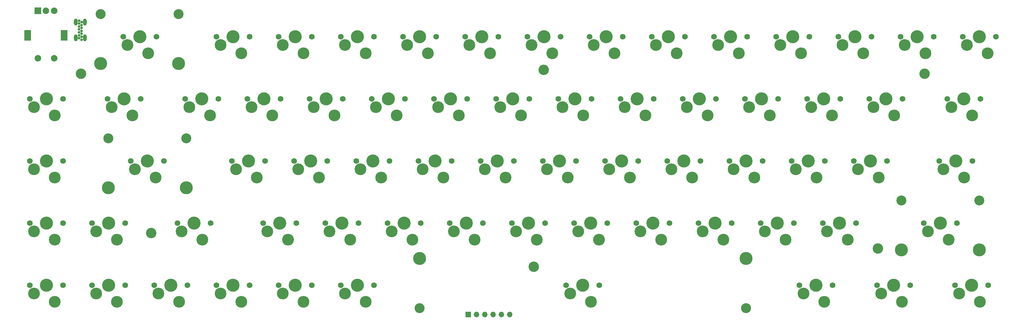
<source format=gbr>
%TF.GenerationSoftware,KiCad,Pcbnew,7.0.6*%
%TF.CreationDate,2024-03-18T14:57:41-04:00*%
%TF.ProjectId,Loadstar_70,4c6f6164-7374-4617-925f-37302e6b6963,rev?*%
%TF.SameCoordinates,Original*%
%TF.FileFunction,Soldermask,Bot*%
%TF.FilePolarity,Negative*%
%FSLAX46Y46*%
G04 Gerber Fmt 4.6, Leading zero omitted, Abs format (unit mm)*
G04 Created by KiCad (PCBNEW 7.0.6) date 2024-03-18 14:57:41*
%MOMM*%
%LPD*%
G01*
G04 APERTURE LIST*
%ADD10C,3.200000*%
%ADD11C,0.804000*%
%ADD12O,1.104000X2.104000*%
%ADD13R,1.700000X1.700000*%
%ADD14O,1.700000X1.700000*%
%ADD15C,1.750000*%
%ADD16C,4.000000*%
%ADD17C,3.600000*%
%ADD18C,3.987800*%
%ADD19C,3.048000*%
%ADD20R,2.000000X2.000000*%
%ADD21C,2.000000*%
%ADD22R,2.000000X3.200000*%
G04 APERTURE END LIST*
D10*
%TO.C,REF\u002A\u002A*%
X63103125Y-126206250D03*
%TD*%
%TO.C,REF\u002A\u002A*%
X183356250Y-76200000D03*
%TD*%
%TO.C,REF\u002A\u002A*%
X41671875Y-77390625D03*
%TD*%
%TO.C,REF\u002A\u002A*%
X180285625Y-136605000D03*
%TD*%
%TO.C,REF\u002A\u002A*%
X300037500Y-77390625D03*
%TD*%
%TO.C,REF\u002A\u002A*%
X285750000Y-130968750D03*
%TD*%
D11*
%TO.C,J1*%
X41815625Y-61540000D03*
X41815625Y-62440000D03*
X41815625Y-63340000D03*
X41815625Y-64240000D03*
X41815625Y-65140000D03*
X41815625Y-66040000D03*
X41815625Y-66940000D03*
X41035625Y-66490000D03*
X41035625Y-65590000D03*
X41035625Y-64690000D03*
X41035625Y-63790000D03*
X41035625Y-62890000D03*
X41035625Y-61990000D03*
X41035625Y-61090000D03*
D12*
X42855625Y-61590000D03*
X39995625Y-61590000D03*
X42855625Y-66390000D03*
X39995625Y-66390000D03*
%TD*%
D13*
%TO.C,ICSP1*%
X160285625Y-151205000D03*
D14*
X162825625Y-151205000D03*
X165365625Y-151205000D03*
X167905625Y-151205000D03*
X170445625Y-151205000D03*
X172985625Y-151205000D03*
%TD*%
D15*
%TO.C,SW45*%
X299799375Y-123190000D03*
D16*
X304879375Y-123190000D03*
D15*
X309959375Y-123190000D03*
D17*
X301069375Y-125730000D03*
X307419375Y-128270000D03*
%TD*%
D15*
%TO.C,SW43*%
X56911875Y-104140000D03*
D16*
X61991875Y-104140000D03*
D15*
X67071875Y-104140000D03*
D17*
X58181875Y-106680000D03*
X64531875Y-109220000D03*
%TD*%
D15*
%TO.C,SW34*%
X240268125Y-104140000D03*
D16*
X245348125Y-104140000D03*
D15*
X250428125Y-104140000D03*
D17*
X241538125Y-106680000D03*
X247888125Y-109220000D03*
%TD*%
D15*
%TO.C,SW32*%
X278368125Y-104140000D03*
D16*
X283448125Y-104140000D03*
D15*
X288528125Y-104140000D03*
D17*
X279638125Y-106680000D03*
X285988125Y-109220000D03*
%TD*%
D15*
%TO.C,SW62*%
X190261875Y-142240000D03*
D16*
X195341875Y-142240000D03*
D15*
X200421875Y-142240000D03*
D17*
X191531875Y-144780000D03*
X197881875Y-147320000D03*
%TD*%
D15*
%TO.C,SW16*%
X306943125Y-85090000D03*
D16*
X312023125Y-85090000D03*
D15*
X317103125Y-85090000D03*
D17*
X308213125Y-87630000D03*
X314563125Y-90170000D03*
%TD*%
D15*
%TO.C,SW10*%
X159305625Y-66040000D03*
D16*
X164385625Y-66040000D03*
D15*
X169465625Y-66040000D03*
D17*
X160575625Y-68580000D03*
X166925625Y-71120000D03*
%TD*%
D15*
%TO.C,SW49*%
X211693125Y-123190000D03*
D16*
X216773125Y-123190000D03*
D15*
X221853125Y-123190000D03*
D17*
X212963125Y-125730000D03*
X219313125Y-128270000D03*
%TD*%
D15*
%TO.C,SW41*%
X106918125Y-104140000D03*
D16*
X111998125Y-104140000D03*
D15*
X117078125Y-104140000D03*
D17*
X108188125Y-106680000D03*
X114538125Y-109220000D03*
%TD*%
D15*
%TO.C,SW65*%
X83105625Y-142240000D03*
D16*
X88185625Y-142240000D03*
D15*
X93265625Y-142240000D03*
D17*
X84375625Y-144780000D03*
X90725625Y-147320000D03*
%TD*%
D15*
%TO.C,SW60*%
X285511875Y-142240000D03*
D16*
X290591875Y-142240000D03*
D15*
X295671875Y-142240000D03*
D17*
X286781875Y-144780000D03*
X293131875Y-147320000D03*
%TD*%
D18*
%TO.C,STB1*%
X145341875Y-134015000D03*
D19*
X145341875Y-149225000D03*
D18*
X245341875Y-134015000D03*
D19*
X245341875Y-149225000D03*
%TD*%
D15*
%TO.C,SW11*%
X140255625Y-66040000D03*
D16*
X145335625Y-66040000D03*
D15*
X150415625Y-66040000D03*
D17*
X141525625Y-68580000D03*
X147875625Y-71120000D03*
%TD*%
D15*
%TO.C,SW47*%
X249793125Y-123190000D03*
D16*
X254873125Y-123190000D03*
D15*
X259953125Y-123190000D03*
D17*
X251063125Y-125730000D03*
X257413125Y-128270000D03*
%TD*%
D15*
%TO.C,SW35*%
X221218125Y-104140000D03*
D16*
X226298125Y-104140000D03*
D15*
X231378125Y-104140000D03*
D17*
X222488125Y-106680000D03*
X228838125Y-109220000D03*
%TD*%
D15*
%TO.C,SW13*%
X102155625Y-66040000D03*
D16*
X107235625Y-66040000D03*
D15*
X112315625Y-66040000D03*
D17*
X103425625Y-68580000D03*
X109775625Y-71120000D03*
%TD*%
D15*
%TO.C,SW36*%
X202168125Y-104140000D03*
D16*
X207248125Y-104140000D03*
D15*
X212328125Y-104140000D03*
D17*
X203438125Y-106680000D03*
X209788125Y-109220000D03*
%TD*%
D18*
%TO.C,STB3*%
X73929875Y-112365000D03*
D19*
X73929875Y-97155000D03*
D18*
X50053875Y-112365000D03*
D19*
X50053875Y-97155000D03*
%TD*%
D15*
%TO.C,SW63*%
X121205625Y-142240000D03*
D16*
X126285625Y-142240000D03*
D15*
X131365625Y-142240000D03*
D17*
X122475625Y-144780000D03*
X128825625Y-147320000D03*
%TD*%
D15*
%TO.C,SW26*%
X111680625Y-85090000D03*
D16*
X116760625Y-85090000D03*
D15*
X121840625Y-85090000D03*
D17*
X112950625Y-87630000D03*
X119300625Y-90170000D03*
%TD*%
D15*
%TO.C,SW24*%
X149780625Y-85090000D03*
D16*
X154860625Y-85090000D03*
D15*
X159940625Y-85090000D03*
D17*
X151050625Y-87630000D03*
X157400625Y-90170000D03*
%TD*%
D15*
%TO.C,SW23*%
X168830625Y-85090000D03*
D16*
X173910625Y-85090000D03*
D15*
X178990625Y-85090000D03*
D17*
X170100625Y-87630000D03*
X176450625Y-90170000D03*
%TD*%
D15*
%TO.C,SW28*%
X73580625Y-85090000D03*
D16*
X78660625Y-85090000D03*
D15*
X83740625Y-85090000D03*
D17*
X74850625Y-87630000D03*
X81200625Y-90170000D03*
%TD*%
D15*
%TO.C,SW51*%
X173593125Y-123190000D03*
D16*
X178673125Y-123190000D03*
D15*
X183753125Y-123190000D03*
D17*
X174863125Y-125730000D03*
X181213125Y-128270000D03*
%TD*%
D15*
%TO.C,SW15*%
X54556025Y-66040000D03*
D16*
X59636025Y-66040000D03*
D15*
X64716025Y-66040000D03*
D17*
X55826025Y-68580000D03*
X62176025Y-71120000D03*
%TD*%
D15*
%TO.C,SW39*%
X145018125Y-104140000D03*
D16*
X150098125Y-104140000D03*
D15*
X155178125Y-104140000D03*
D17*
X146288125Y-106680000D03*
X152638125Y-109220000D03*
%TD*%
D15*
%TO.C,SW54*%
X116443125Y-123190000D03*
D16*
X121523125Y-123190000D03*
D15*
X126603125Y-123190000D03*
D17*
X117713125Y-125730000D03*
X124063125Y-128270000D03*
%TD*%
D15*
%TO.C,SW31*%
X304561875Y-104140000D03*
D16*
X309641875Y-104140000D03*
D15*
X314721875Y-104140000D03*
D17*
X305831875Y-106680000D03*
X312181875Y-109220000D03*
%TD*%
D15*
%TO.C,SW20*%
X225980625Y-85090000D03*
D16*
X231060625Y-85090000D03*
D15*
X236140625Y-85090000D03*
D17*
X227250625Y-87630000D03*
X233600625Y-90170000D03*
%TD*%
D15*
%TO.C,SW14*%
X83105625Y-66040000D03*
D16*
X88185625Y-66040000D03*
D15*
X93265625Y-66040000D03*
D17*
X84375625Y-68580000D03*
X90725625Y-71120000D03*
%TD*%
D15*
%TO.C,SW22*%
X187880625Y-85090000D03*
D16*
X192960625Y-85090000D03*
D15*
X198040625Y-85090000D03*
D17*
X189150625Y-87630000D03*
X195500625Y-90170000D03*
%TD*%
D15*
%TO.C,SW53*%
X135493125Y-123190000D03*
D16*
X140573125Y-123190000D03*
D15*
X145653125Y-123190000D03*
D17*
X136763125Y-125730000D03*
X143113125Y-128270000D03*
%TD*%
D15*
%TO.C,SW3*%
X292655625Y-66040000D03*
D16*
X297735625Y-66040000D03*
D15*
X302815625Y-66040000D03*
D17*
X293925625Y-68580000D03*
X300275625Y-71120000D03*
%TD*%
D15*
%TO.C,SW56*%
X71199375Y-123190000D03*
D16*
X76279375Y-123190000D03*
D15*
X81359375Y-123190000D03*
D17*
X72469375Y-125730000D03*
X78819375Y-128270000D03*
%TD*%
D18*
%TO.C,STB2*%
X316817375Y-131415000D03*
D19*
X316817375Y-116205000D03*
D18*
X292941375Y-131415000D03*
D19*
X292941375Y-116205000D03*
%TD*%
D15*
%TO.C,SW38*%
X164068125Y-104140000D03*
D16*
X169148125Y-104140000D03*
D15*
X174228125Y-104140000D03*
D17*
X165338125Y-106680000D03*
X171688125Y-109220000D03*
%TD*%
D15*
%TO.C,SW58*%
X25955625Y-123190000D03*
D16*
X31035625Y-123190000D03*
D15*
X36115625Y-123190000D03*
D17*
X27225625Y-125730000D03*
X33575625Y-128270000D03*
%TD*%
D15*
%TO.C,SW55*%
X97393125Y-123190000D03*
D16*
X102473125Y-123190000D03*
D15*
X107553125Y-123190000D03*
D17*
X98663125Y-125730000D03*
X105013125Y-128270000D03*
%TD*%
D15*
%TO.C,SW12*%
X121205625Y-66040000D03*
D16*
X126285625Y-66040000D03*
D15*
X131365625Y-66040000D03*
D17*
X122475625Y-68580000D03*
X128825625Y-71120000D03*
%TD*%
D15*
%TO.C,SW17*%
X283130625Y-85090000D03*
D16*
X288210625Y-85090000D03*
D15*
X293290625Y-85090000D03*
D17*
X284400625Y-87630000D03*
X290750625Y-90170000D03*
%TD*%
D20*
%TO.C,SW1*%
X28385625Y-58105000D03*
D21*
X33385625Y-58105000D03*
X30885625Y-58105000D03*
D22*
X36485625Y-65605000D03*
X25285625Y-65605000D03*
D21*
X33385625Y-72605000D03*
X28385625Y-72605000D03*
%TD*%
D15*
%TO.C,SW68*%
X25955625Y-142240000D03*
D16*
X31035625Y-142240000D03*
D15*
X36115625Y-142240000D03*
D17*
X27225625Y-144780000D03*
X33575625Y-147320000D03*
%TD*%
D15*
%TO.C,SW37*%
X183118125Y-104140000D03*
D16*
X188198125Y-104140000D03*
D15*
X193278125Y-104140000D03*
D17*
X184388125Y-106680000D03*
X190738125Y-109220000D03*
%TD*%
D15*
%TO.C,SW7*%
X216455625Y-66040000D03*
D16*
X221535625Y-66040000D03*
D15*
X226615625Y-66040000D03*
D17*
X217725625Y-68580000D03*
X224075625Y-71120000D03*
%TD*%
D18*
%TO.C,STB4*%
X71548625Y-74265000D03*
D19*
X71548625Y-59055000D03*
D18*
X47672625Y-74265000D03*
D19*
X47672625Y-59055000D03*
%TD*%
D15*
%TO.C,SW2*%
X311705625Y-66040000D03*
D16*
X316785625Y-66040000D03*
D15*
X321865625Y-66040000D03*
D17*
X312975625Y-68580000D03*
X319325625Y-71120000D03*
%TD*%
D15*
%TO.C,SW64*%
X102155625Y-142240000D03*
D16*
X107235625Y-142240000D03*
D15*
X112315625Y-142240000D03*
D17*
X103425625Y-144780000D03*
X109775625Y-147320000D03*
%TD*%
D15*
%TO.C,SW48*%
X230743125Y-123190000D03*
D16*
X235823125Y-123190000D03*
D15*
X240903125Y-123190000D03*
D17*
X232013125Y-125730000D03*
X238363125Y-128270000D03*
%TD*%
D15*
%TO.C,SW42*%
X87868125Y-104140000D03*
D16*
X92948125Y-104140000D03*
D15*
X98028125Y-104140000D03*
D17*
X89138125Y-106680000D03*
X95488125Y-109220000D03*
%TD*%
D15*
%TO.C,SW67*%
X45005625Y-142240000D03*
D16*
X50085625Y-142240000D03*
D15*
X55165625Y-142240000D03*
D17*
X46275625Y-144780000D03*
X52625625Y-147320000D03*
%TD*%
D15*
%TO.C,SW57*%
X45005625Y-123190000D03*
D16*
X50085625Y-123190000D03*
D15*
X55165625Y-123190000D03*
D17*
X46275625Y-125730000D03*
X52625625Y-128270000D03*
%TD*%
D15*
%TO.C,SW19*%
X245030625Y-85090000D03*
D16*
X250110625Y-85090000D03*
D15*
X255190625Y-85090000D03*
D17*
X246300625Y-87630000D03*
X252650625Y-90170000D03*
%TD*%
D15*
%TO.C,SW25*%
X130730625Y-85090000D03*
D16*
X135810625Y-85090000D03*
D15*
X140890625Y-85090000D03*
D17*
X132000625Y-87630000D03*
X138350625Y-90170000D03*
%TD*%
D15*
%TO.C,SW61*%
X261699375Y-142240000D03*
D16*
X266779375Y-142240000D03*
D15*
X271859375Y-142240000D03*
D17*
X262969375Y-144780000D03*
X269319375Y-147320000D03*
%TD*%
D15*
%TO.C,SW27*%
X92630625Y-85090000D03*
D16*
X97710625Y-85090000D03*
D15*
X102790625Y-85090000D03*
D17*
X93900625Y-87630000D03*
X100250625Y-90170000D03*
%TD*%
D15*
%TO.C,SW66*%
X64055625Y-142240000D03*
D16*
X69135625Y-142240000D03*
D15*
X74215625Y-142240000D03*
D17*
X65325625Y-144780000D03*
X71675625Y-147320000D03*
%TD*%
D15*
%TO.C,SW9*%
X178355625Y-66040000D03*
D16*
X183435625Y-66040000D03*
D15*
X188515625Y-66040000D03*
D17*
X179625625Y-68580000D03*
X185975625Y-71120000D03*
%TD*%
D15*
%TO.C,SW44*%
X25955625Y-104140000D03*
D16*
X31035625Y-104140000D03*
D15*
X36115625Y-104140000D03*
D17*
X27225625Y-106680000D03*
X33575625Y-109220000D03*
%TD*%
D15*
%TO.C,SW40*%
X125968125Y-104140000D03*
D16*
X131048125Y-104140000D03*
D15*
X136128125Y-104140000D03*
D17*
X127238125Y-106680000D03*
X133588125Y-109220000D03*
%TD*%
D15*
%TO.C,SW50*%
X192643125Y-123190000D03*
D16*
X197723125Y-123190000D03*
D15*
X202803125Y-123190000D03*
D17*
X193913125Y-125730000D03*
X200263125Y-128270000D03*
%TD*%
D15*
%TO.C,SW4*%
X273605625Y-66040000D03*
D16*
X278685625Y-66040000D03*
D15*
X283765625Y-66040000D03*
D17*
X274875625Y-68580000D03*
X281225625Y-71120000D03*
%TD*%
D15*
%TO.C,SW18*%
X264080625Y-85090000D03*
D16*
X269160625Y-85090000D03*
D15*
X274240625Y-85090000D03*
D17*
X265350625Y-87630000D03*
X271700625Y-90170000D03*
%TD*%
D15*
%TO.C,SW5*%
X254555625Y-66040000D03*
D16*
X259635625Y-66040000D03*
D15*
X264715625Y-66040000D03*
D17*
X255825625Y-68580000D03*
X262175625Y-71120000D03*
%TD*%
D15*
%TO.C,SW29*%
X49768125Y-85090000D03*
D16*
X54848125Y-85090000D03*
D15*
X59928125Y-85090000D03*
D17*
X51038125Y-87630000D03*
X57388125Y-90170000D03*
%TD*%
D15*
%TO.C,SW52*%
X154543125Y-123190000D03*
D16*
X159623125Y-123190000D03*
D15*
X164703125Y-123190000D03*
D17*
X155813125Y-125730000D03*
X162163125Y-128270000D03*
%TD*%
D15*
%TO.C,SW30*%
X25955625Y-85090000D03*
D16*
X31035625Y-85090000D03*
D15*
X36115625Y-85090000D03*
D17*
X27225625Y-87630000D03*
X33575625Y-90170000D03*
%TD*%
D15*
%TO.C,SW46*%
X268843125Y-123190000D03*
D16*
X273923125Y-123190000D03*
D15*
X279003125Y-123190000D03*
D17*
X270113125Y-125730000D03*
X276463125Y-128270000D03*
%TD*%
D15*
%TO.C,SW8*%
X197405625Y-66040000D03*
D16*
X202485625Y-66040000D03*
D15*
X207565625Y-66040000D03*
D17*
X198675625Y-68580000D03*
X205025625Y-71120000D03*
%TD*%
D15*
%TO.C,SW6*%
X235505625Y-66040000D03*
D16*
X240585625Y-66040000D03*
D15*
X245665625Y-66040000D03*
D17*
X236775625Y-68580000D03*
X243125625Y-71120000D03*
%TD*%
D15*
%TO.C,SW59*%
X309324375Y-142240000D03*
D16*
X314404375Y-142240000D03*
D15*
X319484375Y-142240000D03*
D17*
X310594375Y-144780000D03*
X316944375Y-147320000D03*
%TD*%
D15*
%TO.C,SW33*%
X259318125Y-104140000D03*
D16*
X264398125Y-104140000D03*
D15*
X269478125Y-104140000D03*
D17*
X260588125Y-106680000D03*
X266938125Y-109220000D03*
%TD*%
D15*
%TO.C,SW21*%
X206930625Y-85090000D03*
D16*
X212010625Y-85090000D03*
D15*
X217090625Y-85090000D03*
D17*
X208200625Y-87630000D03*
X214550625Y-90170000D03*
%TD*%
M02*

</source>
